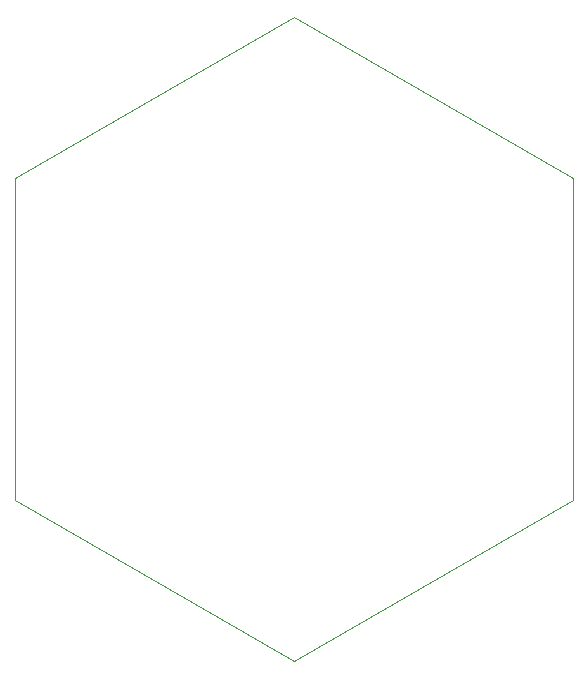
<source format=gbr>
G04 #@! TF.GenerationSoftware,KiCad,Pcbnew,5.1.9-73d0e3b20d~88~ubuntu20.10.1*
G04 #@! TF.CreationDate,2021-03-27T00:21:14+01:00*
G04 #@! TF.ProjectId,esp8266_01,65737038-3236-4365-9f30-312e6b696361,rev?*
G04 #@! TF.SameCoordinates,Original*
G04 #@! TF.FileFunction,Profile,NP*
%FSLAX46Y46*%
G04 Gerber Fmt 4.6, Leading zero omitted, Abs format (unit mm)*
G04 Created by KiCad (PCBNEW 5.1.9-73d0e3b20d~88~ubuntu20.10.1) date 2021-03-27 00:21:14*
%MOMM*%
%LPD*%
G01*
G04 APERTURE LIST*
G04 #@! TA.AperFunction,Profile*
%ADD10C,0.100000*%
G04 #@! TD*
G04 APERTURE END LIST*
D10*
X188180436Y-56363238D02*
X188180436Y-56363238D01*
X188180436Y-83636762D02*
X188180436Y-56363238D01*
X211800000Y-97273523D02*
X188180436Y-83636762D01*
X235419564Y-83636762D02*
X211800000Y-97273523D01*
X235419564Y-56363238D02*
X235419564Y-83636762D01*
X211800000Y-42726477D02*
X235419564Y-56363238D01*
X188180436Y-56363238D02*
X211800000Y-42726477D01*
M02*

</source>
